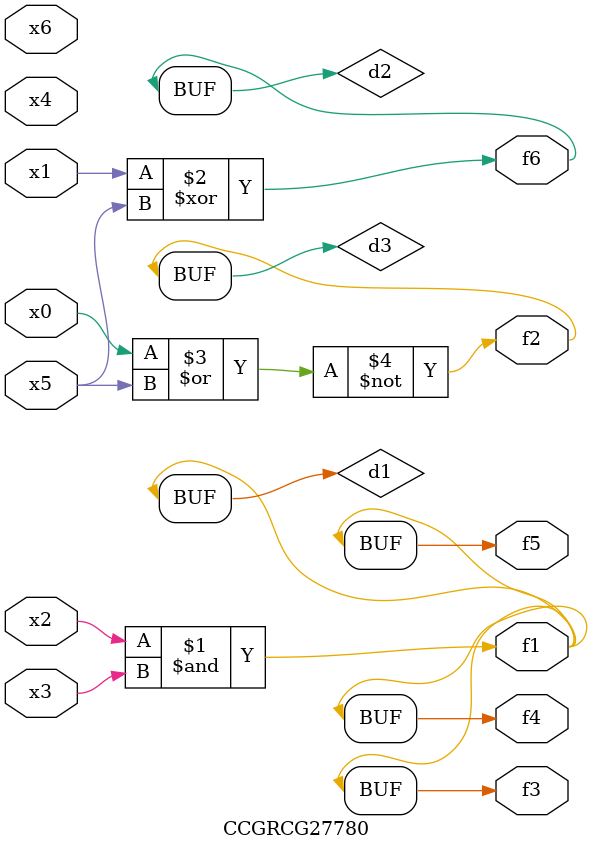
<source format=v>
module CCGRCG27780(
	input x0, x1, x2, x3, x4, x5, x6,
	output f1, f2, f3, f4, f5, f6
);

	wire d1, d2, d3;

	and (d1, x2, x3);
	xor (d2, x1, x5);
	nor (d3, x0, x5);
	assign f1 = d1;
	assign f2 = d3;
	assign f3 = d1;
	assign f4 = d1;
	assign f5 = d1;
	assign f6 = d2;
endmodule

</source>
